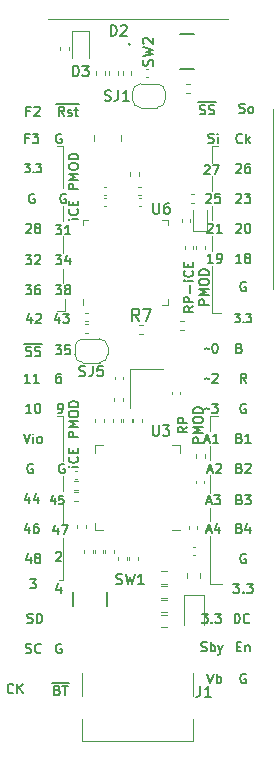
<source format=gbr>
G04 #@! TF.GenerationSoftware,KiCad,Pcbnew,(6.0.5)*
G04 #@! TF.CreationDate,2022-12-13T18:03:46-08:00*
G04 #@! TF.ProjectId,pico-ice,7069636f-2d69-4636-952e-6b696361645f,REV1*
G04 #@! TF.SameCoordinates,Original*
G04 #@! TF.FileFunction,Legend,Top*
G04 #@! TF.FilePolarity,Positive*
%FSLAX46Y46*%
G04 Gerber Fmt 4.6, Leading zero omitted, Abs format (unit mm)*
G04 Created by KiCad (PCBNEW (6.0.5)) date 2022-12-13 18:03:46*
%MOMM*%
%LPD*%
G01*
G04 APERTURE LIST*
%ADD10C,0.120000*%
%ADD11C,0.150000*%
%ADD12C,0.127000*%
%ADD13C,0.200000*%
G04 APERTURE END LIST*
D10*
X78648718Y-87003071D02*
X78648718Y-88273071D01*
X65694718Y-121166071D02*
X66075718Y-121166071D01*
X66075718Y-121166071D02*
X66075718Y-117610071D01*
X65567718Y-98433071D02*
X66202718Y-98433071D01*
X66075718Y-92083071D02*
X66075718Y-93480071D01*
X79156718Y-107323071D02*
X78521718Y-107323071D01*
X78521718Y-117483071D02*
X78521718Y-121547071D01*
X66075718Y-89543071D02*
X66075718Y-90813071D01*
X83820000Y-96520000D02*
X83820000Y-81280000D01*
X78521718Y-121547071D02*
X79537718Y-121547071D01*
X66075718Y-111133071D02*
X66075718Y-107323071D01*
X66075718Y-84463071D02*
X66075718Y-88019071D01*
X66202718Y-98433071D02*
X66202718Y-97417071D01*
X65567718Y-84463071D02*
X66075718Y-84463071D01*
X78648718Y-84463071D02*
X78648718Y-85860071D01*
X78648718Y-98560071D02*
X79410718Y-98560071D01*
X79156718Y-84463071D02*
X78648718Y-84463071D01*
X66075718Y-116340071D02*
X66075718Y-114816071D01*
X78648718Y-94623071D02*
X78648718Y-98560071D01*
X78521718Y-107323071D02*
X78521718Y-108593071D01*
X78521718Y-115070071D02*
X78521718Y-116213071D01*
X78521718Y-109863071D02*
X78521718Y-111006071D01*
X64770000Y-73660000D02*
X80010000Y-73660000D01*
X66075718Y-107323071D02*
X65567718Y-107323071D01*
X78648718Y-92083071D02*
X78648718Y-93353071D01*
X66075718Y-113673071D02*
X66075718Y-112403071D01*
X66075718Y-96020071D02*
X66075718Y-94877071D01*
X78521718Y-112276071D02*
X78521718Y-113800071D01*
X78648718Y-89543071D02*
X78648718Y-90686071D01*
D11*
X65720146Y-98896642D02*
X65720146Y-99429975D01*
X65529670Y-98591880D02*
X65339194Y-99163309D01*
X65834432Y-99163309D01*
X66063003Y-98629975D02*
X66558241Y-98629975D01*
X66291575Y-98934737D01*
X66405860Y-98934737D01*
X66482051Y-98972832D01*
X66520146Y-99010928D01*
X66558241Y-99087118D01*
X66558241Y-99277594D01*
X66520146Y-99353785D01*
X66482051Y-99391880D01*
X66405860Y-99429975D01*
X66177289Y-99429975D01*
X66101098Y-99391880D01*
X66063003Y-99353785D01*
X80979241Y-81611880D02*
X81093527Y-81649975D01*
X81284003Y-81649975D01*
X81360194Y-81611880D01*
X81398289Y-81573785D01*
X81436384Y-81497594D01*
X81436384Y-81421404D01*
X81398289Y-81345213D01*
X81360194Y-81307118D01*
X81284003Y-81269023D01*
X81131622Y-81230928D01*
X81055432Y-81192832D01*
X81017337Y-81154737D01*
X80979241Y-81078547D01*
X80979241Y-81002356D01*
X81017337Y-80926166D01*
X81055432Y-80888071D01*
X81131622Y-80849975D01*
X81322098Y-80849975D01*
X81436384Y-80888071D01*
X81893527Y-81649975D02*
X81817337Y-81611880D01*
X81779241Y-81573785D01*
X81741146Y-81497594D01*
X81741146Y-81269023D01*
X81779241Y-81192832D01*
X81817337Y-81154737D01*
X81893527Y-81116642D01*
X82007813Y-81116642D01*
X82084003Y-81154737D01*
X82122098Y-81192832D01*
X82160194Y-81269023D01*
X82160194Y-81497594D01*
X82122098Y-81573785D01*
X82084003Y-81611880D01*
X82007813Y-81649975D01*
X81893527Y-81649975D01*
X65116956Y-129900071D02*
X65916956Y-129900071D01*
X65574098Y-130506928D02*
X65688384Y-130545023D01*
X65726479Y-130583118D01*
X65764575Y-130659309D01*
X65764575Y-130773594D01*
X65726479Y-130849785D01*
X65688384Y-130887880D01*
X65612194Y-130925975D01*
X65307432Y-130925975D01*
X65307432Y-130125975D01*
X65574098Y-130125975D01*
X65650289Y-130164071D01*
X65688384Y-130202166D01*
X65726479Y-130278356D01*
X65726479Y-130354547D01*
X65688384Y-130430737D01*
X65650289Y-130468832D01*
X65574098Y-130506928D01*
X65307432Y-130506928D01*
X65916956Y-129900071D02*
X66526479Y-129900071D01*
X65993146Y-130125975D02*
X66450289Y-130125975D01*
X66221718Y-130925975D02*
X66221718Y-130125975D01*
X63383337Y-107049975D02*
X62926194Y-107049975D01*
X63154765Y-107049975D02*
X63154765Y-106249975D01*
X63078575Y-106364261D01*
X63002384Y-106440451D01*
X62926194Y-106478547D01*
X63878575Y-106249975D02*
X63954765Y-106249975D01*
X64030956Y-106288071D01*
X64069051Y-106326166D01*
X64107146Y-106402356D01*
X64145241Y-106554737D01*
X64145241Y-106745213D01*
X64107146Y-106897594D01*
X64069051Y-106973785D01*
X64030956Y-107011880D01*
X63954765Y-107049975D01*
X63878575Y-107049975D01*
X63802384Y-107011880D01*
X63764289Y-106973785D01*
X63726194Y-106897594D01*
X63688098Y-106745213D01*
X63688098Y-106554737D01*
X63726194Y-106402356D01*
X63764289Y-106326166D01*
X63802384Y-106288071D01*
X63878575Y-106249975D01*
X63370646Y-98896642D02*
X63370646Y-99429975D01*
X63180170Y-98591880D02*
X62989694Y-99163309D01*
X63484932Y-99163309D01*
X63751598Y-98706166D02*
X63789694Y-98668071D01*
X63865884Y-98629975D01*
X64056360Y-98629975D01*
X64132551Y-98668071D01*
X64170646Y-98706166D01*
X64208741Y-98782356D01*
X64208741Y-98858547D01*
X64170646Y-98972832D01*
X63713503Y-99429975D01*
X64208741Y-99429975D01*
X63256337Y-104509975D02*
X62799194Y-104509975D01*
X63027765Y-104509975D02*
X63027765Y-103709975D01*
X62951575Y-103824261D01*
X62875384Y-103900451D01*
X62799194Y-103938547D01*
X64018241Y-104509975D02*
X63561098Y-104509975D01*
X63789670Y-104509975D02*
X63789670Y-103709975D01*
X63713479Y-103824261D01*
X63637289Y-103900451D01*
X63561098Y-103938547D01*
X63034146Y-124791880D02*
X63148432Y-124829975D01*
X63338908Y-124829975D01*
X63415098Y-124791880D01*
X63453194Y-124753785D01*
X63491289Y-124677594D01*
X63491289Y-124601404D01*
X63453194Y-124525213D01*
X63415098Y-124487118D01*
X63338908Y-124449023D01*
X63186527Y-124410928D01*
X63110337Y-124372832D01*
X63072241Y-124334737D01*
X63034146Y-124258547D01*
X63034146Y-124182356D01*
X63072241Y-124106166D01*
X63110337Y-124068071D01*
X63186527Y-124029975D01*
X63377003Y-124029975D01*
X63491289Y-124068071D01*
X63834146Y-124829975D02*
X63834146Y-124029975D01*
X64024622Y-124029975D01*
X64138908Y-124068071D01*
X64215098Y-124144261D01*
X64253194Y-124220451D01*
X64291289Y-124372832D01*
X64291289Y-124487118D01*
X64253194Y-124639499D01*
X64215098Y-124715690D01*
X64138908Y-124791880D01*
X64024622Y-124829975D01*
X63834146Y-124829975D01*
X65428098Y-96216975D02*
X65923337Y-96216975D01*
X65656670Y-96521737D01*
X65770956Y-96521737D01*
X65847146Y-96559832D01*
X65885241Y-96597928D01*
X65923337Y-96674118D01*
X65923337Y-96864594D01*
X65885241Y-96940785D01*
X65847146Y-96978880D01*
X65770956Y-97016975D01*
X65542384Y-97016975D01*
X65466194Y-96978880D01*
X65428098Y-96940785D01*
X66380479Y-96559832D02*
X66304289Y-96521737D01*
X66266194Y-96483642D01*
X66228098Y-96407451D01*
X66228098Y-96369356D01*
X66266194Y-96293166D01*
X66304289Y-96255071D01*
X66380479Y-96216975D01*
X66532860Y-96216975D01*
X66609051Y-96255071D01*
X66647146Y-96293166D01*
X66685241Y-96369356D01*
X66685241Y-96407451D01*
X66647146Y-96483642D01*
X66609051Y-96521737D01*
X66532860Y-96559832D01*
X66380479Y-96559832D01*
X66304289Y-96597928D01*
X66266194Y-96636023D01*
X66228098Y-96712213D01*
X66228098Y-96864594D01*
X66266194Y-96940785D01*
X66304289Y-96978880D01*
X66380479Y-97016975D01*
X66532860Y-97016975D01*
X66609051Y-96978880D01*
X66647146Y-96940785D01*
X66685241Y-96864594D01*
X66685241Y-96712213D01*
X66647146Y-96636023D01*
X66609051Y-96597928D01*
X66532860Y-96559832D01*
X78331289Y-111901404D02*
X78712241Y-111901404D01*
X78255098Y-112129975D02*
X78521765Y-111329975D01*
X78788432Y-112129975D01*
X79017003Y-111406166D02*
X79055098Y-111368071D01*
X79131289Y-111329975D01*
X79321765Y-111329975D01*
X79397956Y-111368071D01*
X79436051Y-111406166D01*
X79474146Y-111482356D01*
X79474146Y-111558547D01*
X79436051Y-111672832D01*
X78978908Y-112129975D01*
X79474146Y-112129975D01*
X81239527Y-84113785D02*
X81201432Y-84151880D01*
X81087146Y-84189975D01*
X81010956Y-84189975D01*
X80896670Y-84151880D01*
X80820479Y-84075690D01*
X80782384Y-83999499D01*
X80744289Y-83847118D01*
X80744289Y-83732832D01*
X80782384Y-83580451D01*
X80820479Y-83504261D01*
X80896670Y-83428071D01*
X81010956Y-83389975D01*
X81087146Y-83389975D01*
X81201432Y-83428071D01*
X81239527Y-83466166D01*
X81582384Y-84189975D02*
X81582384Y-83389975D01*
X81658575Y-83885213D02*
X81887146Y-84189975D01*
X81887146Y-83656642D02*
X81582384Y-83961404D01*
X66285241Y-88508071D02*
X66209051Y-88469975D01*
X66094765Y-88469975D01*
X65980479Y-88508071D01*
X65904289Y-88584261D01*
X65866194Y-88660451D01*
X65828098Y-88812832D01*
X65828098Y-88927118D01*
X65866194Y-89079499D01*
X65904289Y-89155690D01*
X65980479Y-89231880D01*
X66094765Y-89269975D01*
X66170956Y-89269975D01*
X66285241Y-89231880D01*
X66323337Y-89193785D01*
X66323337Y-88927118D01*
X66170956Y-88927118D01*
X62888098Y-93676975D02*
X63383337Y-93676975D01*
X63116670Y-93981737D01*
X63230956Y-93981737D01*
X63307146Y-94019832D01*
X63345241Y-94057928D01*
X63383337Y-94134118D01*
X63383337Y-94324594D01*
X63345241Y-94400785D01*
X63307146Y-94438880D01*
X63230956Y-94476975D01*
X63002384Y-94476975D01*
X62926194Y-94438880D01*
X62888098Y-94400785D01*
X63688098Y-93753166D02*
X63726194Y-93715071D01*
X63802384Y-93676975D01*
X63992860Y-93676975D01*
X64069051Y-93715071D01*
X64107146Y-93753166D01*
X64145241Y-93829356D01*
X64145241Y-93905547D01*
X64107146Y-94019832D01*
X63650003Y-94476975D01*
X64145241Y-94476975D01*
X77810622Y-124029975D02*
X78305860Y-124029975D01*
X78039194Y-124334737D01*
X78153479Y-124334737D01*
X78229670Y-124372832D01*
X78267765Y-124410928D01*
X78305860Y-124487118D01*
X78305860Y-124677594D01*
X78267765Y-124753785D01*
X78229670Y-124791880D01*
X78153479Y-124829975D01*
X77924908Y-124829975D01*
X77848718Y-124791880D01*
X77810622Y-124753785D01*
X78648718Y-124753785D02*
X78686813Y-124791880D01*
X78648718Y-124829975D01*
X78610622Y-124791880D01*
X78648718Y-124753785D01*
X78648718Y-124829975D01*
X78953479Y-124029975D02*
X79448718Y-124029975D01*
X79182051Y-124334737D01*
X79296337Y-124334737D01*
X79372527Y-124372832D01*
X79410622Y-124410928D01*
X79448718Y-124487118D01*
X79448718Y-124677594D01*
X79410622Y-124753785D01*
X79372527Y-124791880D01*
X79296337Y-124829975D01*
X79067765Y-124829975D01*
X78991575Y-124791880D01*
X78953479Y-124753785D01*
X80706194Y-88546166D02*
X80744289Y-88508071D01*
X80820479Y-88469975D01*
X81010956Y-88469975D01*
X81087146Y-88508071D01*
X81125241Y-88546166D01*
X81163337Y-88622356D01*
X81163337Y-88698547D01*
X81125241Y-88812832D01*
X80668098Y-89269975D01*
X81163337Y-89269975D01*
X81430003Y-88469975D02*
X81925241Y-88469975D01*
X81658575Y-88774737D01*
X81772860Y-88774737D01*
X81849051Y-88812832D01*
X81887146Y-88850928D01*
X81925241Y-88927118D01*
X81925241Y-89117594D01*
X81887146Y-89193785D01*
X81849051Y-89231880D01*
X81772860Y-89269975D01*
X81544289Y-89269975D01*
X81468098Y-89231880D01*
X81430003Y-89193785D01*
X77096622Y-98001071D02*
X76715670Y-98267737D01*
X77096622Y-98458213D02*
X76296622Y-98458213D01*
X76296622Y-98153451D01*
X76334718Y-98077261D01*
X76372813Y-98039166D01*
X76449003Y-98001071D01*
X76563289Y-98001071D01*
X76639479Y-98039166D01*
X76677575Y-98077261D01*
X76715670Y-98153451D01*
X76715670Y-98458213D01*
X77096622Y-97658213D02*
X76296622Y-97658213D01*
X76296622Y-97353451D01*
X76334718Y-97277261D01*
X76372813Y-97239166D01*
X76449003Y-97201071D01*
X76563289Y-97201071D01*
X76639479Y-97239166D01*
X76677575Y-97277261D01*
X76715670Y-97353451D01*
X76715670Y-97658213D01*
X76791860Y-96858213D02*
X76791860Y-96248690D01*
X77096622Y-95867737D02*
X76563289Y-95867737D01*
X76296622Y-95867737D02*
X76334718Y-95905832D01*
X76372813Y-95867737D01*
X76334718Y-95829642D01*
X76296622Y-95867737D01*
X76372813Y-95867737D01*
X77020432Y-95029642D02*
X77058527Y-95067737D01*
X77096622Y-95182023D01*
X77096622Y-95258213D01*
X77058527Y-95372499D01*
X76982337Y-95448690D01*
X76906146Y-95486785D01*
X76753765Y-95524880D01*
X76639479Y-95524880D01*
X76487098Y-95486785D01*
X76410908Y-95448690D01*
X76334718Y-95372499D01*
X76296622Y-95258213D01*
X76296622Y-95182023D01*
X76334718Y-95067737D01*
X76372813Y-95029642D01*
X76677575Y-94686785D02*
X76677575Y-94420118D01*
X77096622Y-94305832D02*
X77096622Y-94686785D01*
X76296622Y-94686785D01*
X76296622Y-94305832D01*
X78384622Y-97886785D02*
X77584622Y-97886785D01*
X77584622Y-97582023D01*
X77622718Y-97505832D01*
X77660813Y-97467737D01*
X77737003Y-97429642D01*
X77851289Y-97429642D01*
X77927479Y-97467737D01*
X77965575Y-97505832D01*
X78003670Y-97582023D01*
X78003670Y-97886785D01*
X78384622Y-97086785D02*
X77584622Y-97086785D01*
X78156051Y-96820118D01*
X77584622Y-96553451D01*
X78384622Y-96553451D01*
X77584622Y-96020118D02*
X77584622Y-95867737D01*
X77622718Y-95791547D01*
X77698908Y-95715356D01*
X77851289Y-95677261D01*
X78117956Y-95677261D01*
X78270337Y-95715356D01*
X78346527Y-95791547D01*
X78384622Y-95867737D01*
X78384622Y-96020118D01*
X78346527Y-96096309D01*
X78270337Y-96172499D01*
X78117956Y-96210594D01*
X77851289Y-96210594D01*
X77698908Y-96172499D01*
X77622718Y-96096309D01*
X77584622Y-96020118D01*
X78384622Y-95334404D02*
X77584622Y-95334404D01*
X77584622Y-95143928D01*
X77622718Y-95029642D01*
X77698908Y-94953451D01*
X77775098Y-94915356D01*
X77927479Y-94877261D01*
X78041765Y-94877261D01*
X78194146Y-94915356D01*
X78270337Y-94953451D01*
X78346527Y-95029642D01*
X78384622Y-95143928D01*
X78384622Y-95334404D01*
X80991908Y-109170928D02*
X81106194Y-109209023D01*
X81144289Y-109247118D01*
X81182384Y-109323309D01*
X81182384Y-109437594D01*
X81144289Y-109513785D01*
X81106194Y-109551880D01*
X81030003Y-109589975D01*
X80725241Y-109589975D01*
X80725241Y-108789975D01*
X80991908Y-108789975D01*
X81068098Y-108828071D01*
X81106194Y-108866166D01*
X81144289Y-108942356D01*
X81144289Y-109018547D01*
X81106194Y-109094737D01*
X81068098Y-109132832D01*
X80991908Y-109170928D01*
X80725241Y-109170928D01*
X81944289Y-109589975D02*
X81487146Y-109589975D01*
X81715718Y-109589975D02*
X81715718Y-108789975D01*
X81639527Y-108904261D01*
X81563337Y-108980451D01*
X81487146Y-109018547D01*
X78204289Y-116981404D02*
X78585241Y-116981404D01*
X78128098Y-117209975D02*
X78394765Y-116409975D01*
X78661432Y-117209975D01*
X79270956Y-116676642D02*
X79270956Y-117209975D01*
X79080479Y-116371880D02*
X78890003Y-116943309D01*
X79385241Y-116943309D01*
X78356670Y-84151880D02*
X78470956Y-84189975D01*
X78661432Y-84189975D01*
X78737622Y-84151880D01*
X78775718Y-84113785D01*
X78813813Y-84037594D01*
X78813813Y-83961404D01*
X78775718Y-83885213D01*
X78737622Y-83847118D01*
X78661432Y-83809023D01*
X78509051Y-83770928D01*
X78432860Y-83732832D01*
X78394765Y-83694737D01*
X78356670Y-83618547D01*
X78356670Y-83542356D01*
X78394765Y-83466166D01*
X78432860Y-83428071D01*
X78509051Y-83389975D01*
X78699527Y-83389975D01*
X78813813Y-83428071D01*
X79156670Y-84189975D02*
X79156670Y-83656642D01*
X79156670Y-83389975D02*
X79118575Y-83428071D01*
X79156670Y-83466166D01*
X79194765Y-83428071D01*
X79156670Y-83389975D01*
X79156670Y-83466166D01*
X63491241Y-111368071D02*
X63415051Y-111329975D01*
X63300765Y-111329975D01*
X63186479Y-111368071D01*
X63110289Y-111444261D01*
X63072194Y-111520451D01*
X63034098Y-111672832D01*
X63034098Y-111787118D01*
X63072194Y-111939499D01*
X63110289Y-112015690D01*
X63186479Y-112091880D01*
X63300765Y-112129975D01*
X63376956Y-112129975D01*
X63491241Y-112091880D01*
X63529337Y-112053785D01*
X63529337Y-111787118D01*
X63376956Y-111787118D01*
X62773813Y-101198071D02*
X63535718Y-101198071D01*
X62926194Y-102185880D02*
X63040479Y-102223975D01*
X63230956Y-102223975D01*
X63307146Y-102185880D01*
X63345241Y-102147785D01*
X63383337Y-102071594D01*
X63383337Y-101995404D01*
X63345241Y-101919213D01*
X63307146Y-101881118D01*
X63230956Y-101843023D01*
X63078575Y-101804928D01*
X63002384Y-101766832D01*
X62964289Y-101728737D01*
X62926194Y-101652547D01*
X62926194Y-101576356D01*
X62964289Y-101500166D01*
X63002384Y-101462071D01*
X63078575Y-101423975D01*
X63269051Y-101423975D01*
X63383337Y-101462071D01*
X63535718Y-101198071D02*
X64297622Y-101198071D01*
X63688098Y-102185880D02*
X63802384Y-102223975D01*
X63992860Y-102223975D01*
X64069051Y-102185880D01*
X64107146Y-102147785D01*
X64145241Y-102071594D01*
X64145241Y-101995404D01*
X64107146Y-101919213D01*
X64069051Y-101881118D01*
X63992860Y-101843023D01*
X63840479Y-101804928D01*
X63764289Y-101766832D01*
X63726194Y-101728737D01*
X63688098Y-101652547D01*
X63688098Y-101576356D01*
X63726194Y-101500166D01*
X63764289Y-101462071D01*
X63840479Y-101423975D01*
X64030956Y-101423975D01*
X64145241Y-101462071D01*
X65593146Y-116803642D02*
X65593146Y-117336975D01*
X65402670Y-116498880D02*
X65212194Y-117070309D01*
X65707432Y-117070309D01*
X65936003Y-116536975D02*
X66469337Y-116536975D01*
X66126479Y-117336975D01*
X81525241Y-96001071D02*
X81449051Y-95962975D01*
X81334765Y-95962975D01*
X81220479Y-96001071D01*
X81144289Y-96077261D01*
X81106194Y-96153451D01*
X81068098Y-96305832D01*
X81068098Y-96420118D01*
X81106194Y-96572499D01*
X81144289Y-96648690D01*
X81220479Y-96724880D01*
X81334765Y-96762975D01*
X81410956Y-96762975D01*
X81525241Y-96724880D01*
X81563337Y-96686785D01*
X81563337Y-96420118D01*
X81410956Y-96420118D01*
X65504337Y-80878071D02*
X66304337Y-80878071D01*
X66151956Y-81903975D02*
X65885289Y-81523023D01*
X65694813Y-81903975D02*
X65694813Y-81103975D01*
X65999575Y-81103975D01*
X66075765Y-81142071D01*
X66113860Y-81180166D01*
X66151956Y-81256356D01*
X66151956Y-81370642D01*
X66113860Y-81446832D01*
X66075765Y-81484928D01*
X65999575Y-81523023D01*
X65694813Y-81523023D01*
X66304337Y-80878071D02*
X66951956Y-80878071D01*
X66456718Y-81865880D02*
X66532908Y-81903975D01*
X66685289Y-81903975D01*
X66761479Y-81865880D01*
X66799575Y-81789690D01*
X66799575Y-81751594D01*
X66761479Y-81675404D01*
X66685289Y-81637309D01*
X66571003Y-81637309D01*
X66494813Y-81599213D01*
X66456718Y-81523023D01*
X66456718Y-81484928D01*
X66494813Y-81408737D01*
X66571003Y-81370642D01*
X66685289Y-81370642D01*
X66761479Y-81408737D01*
X66951956Y-80878071D02*
X67409098Y-80878071D01*
X67028146Y-81370642D02*
X67332908Y-81370642D01*
X67142432Y-81103975D02*
X67142432Y-81789690D01*
X67180527Y-81865880D01*
X67256718Y-81903975D01*
X67332908Y-81903975D01*
X65904241Y-126608071D02*
X65828051Y-126569975D01*
X65713765Y-126569975D01*
X65599479Y-126608071D01*
X65523289Y-126684261D01*
X65485194Y-126760451D01*
X65447098Y-126912832D01*
X65447098Y-127027118D01*
X65485194Y-127179499D01*
X65523289Y-127255690D01*
X65599479Y-127331880D01*
X65713765Y-127369975D01*
X65789956Y-127369975D01*
X65904241Y-127331880D01*
X65942337Y-127293785D01*
X65942337Y-127027118D01*
X65789956Y-127027118D01*
X66158241Y-111368071D02*
X66082051Y-111329975D01*
X65967765Y-111329975D01*
X65853479Y-111368071D01*
X65777289Y-111444261D01*
X65739194Y-111520451D01*
X65701098Y-111672832D01*
X65701098Y-111787118D01*
X65739194Y-111939499D01*
X65777289Y-112015690D01*
X65853479Y-112091880D01*
X65967765Y-112129975D01*
X66043956Y-112129975D01*
X66158241Y-112091880D01*
X66196337Y-112053785D01*
X66196337Y-111787118D01*
X66043956Y-111787118D01*
X63307146Y-119216642D02*
X63307146Y-119749975D01*
X63116670Y-118911880D02*
X62926194Y-119483309D01*
X63421432Y-119483309D01*
X63840479Y-119292832D02*
X63764289Y-119254737D01*
X63726194Y-119216642D01*
X63688098Y-119140451D01*
X63688098Y-119102356D01*
X63726194Y-119026166D01*
X63764289Y-118988071D01*
X63840479Y-118949975D01*
X63992860Y-118949975D01*
X64069051Y-118988071D01*
X64107146Y-119026166D01*
X64145241Y-119102356D01*
X64145241Y-119140451D01*
X64107146Y-119216642D01*
X64069051Y-119254737D01*
X63992860Y-119292832D01*
X63840479Y-119292832D01*
X63764289Y-119330928D01*
X63726194Y-119369023D01*
X63688098Y-119445213D01*
X63688098Y-119597594D01*
X63726194Y-119673785D01*
X63764289Y-119711880D01*
X63840479Y-119749975D01*
X63992860Y-119749975D01*
X64069051Y-119711880D01*
X64107146Y-119673785D01*
X64145241Y-119597594D01*
X64145241Y-119445213D01*
X64107146Y-119369023D01*
X64069051Y-119330928D01*
X63992860Y-119292832D01*
X78293194Y-91086166D02*
X78331289Y-91048071D01*
X78407479Y-91009975D01*
X78597956Y-91009975D01*
X78674146Y-91048071D01*
X78712241Y-91086166D01*
X78750337Y-91162356D01*
X78750337Y-91238547D01*
X78712241Y-91352832D01*
X78255098Y-91809975D01*
X78750337Y-91809975D01*
X79512241Y-91809975D02*
X79055098Y-91809975D01*
X79283670Y-91809975D02*
X79283670Y-91009975D01*
X79207479Y-91124261D01*
X79131289Y-91200451D01*
X79055098Y-91238547D01*
X62926194Y-91086166D02*
X62964289Y-91048071D01*
X63040479Y-91009975D01*
X63230956Y-91009975D01*
X63307146Y-91048071D01*
X63345241Y-91086166D01*
X63383337Y-91162356D01*
X63383337Y-91238547D01*
X63345241Y-91352832D01*
X62888098Y-91809975D01*
X63383337Y-91809975D01*
X63840479Y-91352832D02*
X63764289Y-91314737D01*
X63726194Y-91276642D01*
X63688098Y-91200451D01*
X63688098Y-91162356D01*
X63726194Y-91086166D01*
X63764289Y-91048071D01*
X63840479Y-91009975D01*
X63992860Y-91009975D01*
X64069051Y-91048071D01*
X64107146Y-91086166D01*
X64145241Y-91162356D01*
X64145241Y-91200451D01*
X64107146Y-91276642D01*
X64069051Y-91314737D01*
X63992860Y-91352832D01*
X63840479Y-91352832D01*
X63764289Y-91390928D01*
X63726194Y-91429023D01*
X63688098Y-91505213D01*
X63688098Y-91657594D01*
X63726194Y-91733785D01*
X63764289Y-91771880D01*
X63840479Y-91809975D01*
X63992860Y-91809975D01*
X64069051Y-91771880D01*
X64107146Y-91733785D01*
X64145241Y-91657594D01*
X64145241Y-91505213D01*
X64107146Y-91429023D01*
X64069051Y-91390928D01*
X63992860Y-91352832D01*
X78274146Y-129109975D02*
X78540813Y-129909975D01*
X78807479Y-129109975D01*
X79074146Y-129909975D02*
X79074146Y-129109975D01*
X79074146Y-129414737D02*
X79150337Y-129376642D01*
X79302718Y-129376642D01*
X79378908Y-129414737D01*
X79417003Y-129452832D01*
X79455098Y-129529023D01*
X79455098Y-129757594D01*
X79417003Y-129833785D01*
X79378908Y-129871880D01*
X79302718Y-129909975D01*
X79150337Y-129909975D01*
X79074146Y-129871880D01*
X78077289Y-109361404D02*
X78458241Y-109361404D01*
X78001098Y-109589975D02*
X78267765Y-108789975D01*
X78534432Y-109589975D01*
X79220146Y-109589975D02*
X78763003Y-109589975D01*
X78991575Y-109589975D02*
X78991575Y-108789975D01*
X78915384Y-108904261D01*
X78839194Y-108980451D01*
X78763003Y-109018547D01*
X63269051Y-121108975D02*
X63764289Y-121108975D01*
X63497622Y-121413737D01*
X63611908Y-121413737D01*
X63688098Y-121451832D01*
X63726194Y-121489928D01*
X63764289Y-121566118D01*
X63764289Y-121756594D01*
X63726194Y-121832785D01*
X63688098Y-121870880D01*
X63611908Y-121908975D01*
X63383337Y-121908975D01*
X63307146Y-121870880D01*
X63269051Y-121832785D01*
X65466146Y-118899166D02*
X65504241Y-118861071D01*
X65580432Y-118822975D01*
X65770908Y-118822975D01*
X65847098Y-118861071D01*
X65885194Y-118899166D01*
X65923289Y-118975356D01*
X65923289Y-119051547D01*
X65885194Y-119165832D01*
X65428051Y-119622975D01*
X65923289Y-119622975D01*
X65428098Y-93676975D02*
X65923337Y-93676975D01*
X65656670Y-93981737D01*
X65770956Y-93981737D01*
X65847146Y-94019832D01*
X65885241Y-94057928D01*
X65923337Y-94134118D01*
X65923337Y-94324594D01*
X65885241Y-94400785D01*
X65847146Y-94438880D01*
X65770956Y-94476975D01*
X65542384Y-94476975D01*
X65466194Y-94438880D01*
X65428098Y-94400785D01*
X66609051Y-93943642D02*
X66609051Y-94476975D01*
X66418575Y-93638880D02*
X66228098Y-94210309D01*
X66723337Y-94210309D01*
X78166194Y-88546166D02*
X78204289Y-88508071D01*
X78280479Y-88469975D01*
X78470956Y-88469975D01*
X78547146Y-88508071D01*
X78585241Y-88546166D01*
X78623337Y-88622356D01*
X78623337Y-88698547D01*
X78585241Y-88812832D01*
X78128098Y-89269975D01*
X78623337Y-89269975D01*
X79347146Y-88469975D02*
X78966194Y-88469975D01*
X78928098Y-88850928D01*
X78966194Y-88812832D01*
X79042384Y-88774737D01*
X79232860Y-88774737D01*
X79309051Y-88812832D01*
X79347146Y-88850928D01*
X79385241Y-88927118D01*
X79385241Y-89117594D01*
X79347146Y-89193785D01*
X79309051Y-89231880D01*
X79232860Y-89269975D01*
X79042384Y-89269975D01*
X78966194Y-89231880D01*
X78928098Y-89193785D01*
X67326622Y-90634928D02*
X66793289Y-90634928D01*
X66526622Y-90634928D02*
X66564718Y-90673023D01*
X66602813Y-90634928D01*
X66564718Y-90596832D01*
X66526622Y-90634928D01*
X66602813Y-90634928D01*
X67250432Y-89796832D02*
X67288527Y-89834928D01*
X67326622Y-89949213D01*
X67326622Y-90025404D01*
X67288527Y-90139690D01*
X67212337Y-90215880D01*
X67136146Y-90253975D01*
X66983765Y-90292071D01*
X66869479Y-90292071D01*
X66717098Y-90253975D01*
X66640908Y-90215880D01*
X66564718Y-90139690D01*
X66526622Y-90025404D01*
X66526622Y-89949213D01*
X66564718Y-89834928D01*
X66602813Y-89796832D01*
X66907575Y-89453975D02*
X66907575Y-89187309D01*
X67326622Y-89073023D02*
X67326622Y-89453975D01*
X66526622Y-89453975D01*
X66526622Y-89073023D01*
X67326622Y-88120642D02*
X66526622Y-88120642D01*
X66526622Y-87815880D01*
X66564718Y-87739690D01*
X66602813Y-87701594D01*
X66679003Y-87663499D01*
X66793289Y-87663499D01*
X66869479Y-87701594D01*
X66907575Y-87739690D01*
X66945670Y-87815880D01*
X66945670Y-88120642D01*
X67326622Y-87320642D02*
X66526622Y-87320642D01*
X67098051Y-87053975D01*
X66526622Y-86787309D01*
X67326622Y-86787309D01*
X66526622Y-86253975D02*
X66526622Y-86101594D01*
X66564718Y-86025404D01*
X66640908Y-85949213D01*
X66793289Y-85911118D01*
X67059956Y-85911118D01*
X67212337Y-85949213D01*
X67288527Y-86025404D01*
X67326622Y-86101594D01*
X67326622Y-86253975D01*
X67288527Y-86330166D01*
X67212337Y-86406356D01*
X67059956Y-86444451D01*
X66793289Y-86444451D01*
X66640908Y-86406356D01*
X66564718Y-86330166D01*
X66526622Y-86253975D01*
X67326622Y-85568261D02*
X66526622Y-85568261D01*
X66526622Y-85377785D01*
X66564718Y-85263499D01*
X66640908Y-85187309D01*
X66717098Y-85149213D01*
X66869479Y-85111118D01*
X66983765Y-85111118D01*
X67136146Y-85149213D01*
X67212337Y-85187309D01*
X67288527Y-85263499D01*
X67326622Y-85377785D01*
X67326622Y-85568261D01*
X78204289Y-114568404D02*
X78585241Y-114568404D01*
X78128098Y-114796975D02*
X78394765Y-113996975D01*
X78661432Y-114796975D01*
X78851908Y-113996975D02*
X79347146Y-113996975D01*
X79080479Y-114301737D01*
X79194765Y-114301737D01*
X79270956Y-114339832D01*
X79309051Y-114377928D01*
X79347146Y-114454118D01*
X79347146Y-114644594D01*
X79309051Y-114720785D01*
X79270956Y-114758880D01*
X79194765Y-114796975D01*
X78966194Y-114796975D01*
X78890003Y-114758880D01*
X78851908Y-114720785D01*
X65428098Y-101296975D02*
X65923337Y-101296975D01*
X65656670Y-101601737D01*
X65770956Y-101601737D01*
X65847146Y-101639832D01*
X65885241Y-101677928D01*
X65923337Y-101754118D01*
X65923337Y-101944594D01*
X65885241Y-102020785D01*
X65847146Y-102058880D01*
X65770956Y-102096975D01*
X65542384Y-102096975D01*
X65466194Y-102058880D01*
X65428098Y-102020785D01*
X66647146Y-101296975D02*
X66266194Y-101296975D01*
X66228098Y-101677928D01*
X66266194Y-101639832D01*
X66342384Y-101601737D01*
X66532860Y-101601737D01*
X66609051Y-101639832D01*
X66647146Y-101677928D01*
X66685241Y-101754118D01*
X66685241Y-101944594D01*
X66647146Y-102020785D01*
X66609051Y-102058880D01*
X66532860Y-102096975D01*
X66342384Y-102096975D01*
X66266194Y-102058880D01*
X66228098Y-102020785D01*
X81525241Y-106288071D02*
X81449051Y-106249975D01*
X81334765Y-106249975D01*
X81220479Y-106288071D01*
X81144289Y-106364261D01*
X81106194Y-106440451D01*
X81068098Y-106592832D01*
X81068098Y-106707118D01*
X81106194Y-106859499D01*
X81144289Y-106935690D01*
X81220479Y-107011880D01*
X81334765Y-107049975D01*
X81410956Y-107049975D01*
X81525241Y-107011880D01*
X81563337Y-106973785D01*
X81563337Y-106707118D01*
X81410956Y-106707118D01*
X63180146Y-116676642D02*
X63180146Y-117209975D01*
X62989670Y-116371880D02*
X62799194Y-116943309D01*
X63294432Y-116943309D01*
X63942051Y-116409975D02*
X63789670Y-116409975D01*
X63713479Y-116448071D01*
X63675384Y-116486166D01*
X63599194Y-116600451D01*
X63561098Y-116752832D01*
X63561098Y-117057594D01*
X63599194Y-117133785D01*
X63637289Y-117171880D01*
X63713479Y-117209975D01*
X63865860Y-117209975D01*
X63942051Y-117171880D01*
X63980146Y-117133785D01*
X64018241Y-117057594D01*
X64018241Y-116867118D01*
X63980146Y-116790928D01*
X63942051Y-116752832D01*
X63865860Y-116714737D01*
X63713479Y-116714737D01*
X63637289Y-116752832D01*
X63599194Y-116790928D01*
X63561098Y-116867118D01*
X81563337Y-104509975D02*
X81296670Y-104129023D01*
X81106194Y-104509975D02*
X81106194Y-103709975D01*
X81410956Y-103709975D01*
X81487146Y-103748071D01*
X81525241Y-103786166D01*
X81563337Y-103862356D01*
X81563337Y-103976642D01*
X81525241Y-104052832D01*
X81487146Y-104090928D01*
X81410956Y-104129023D01*
X81106194Y-104129023D01*
X80706194Y-86006166D02*
X80744289Y-85968071D01*
X80820479Y-85929975D01*
X81010956Y-85929975D01*
X81087146Y-85968071D01*
X81125241Y-86006166D01*
X81163337Y-86082356D01*
X81163337Y-86158547D01*
X81125241Y-86272832D01*
X80668098Y-86729975D01*
X81163337Y-86729975D01*
X81849051Y-85929975D02*
X81696670Y-85929975D01*
X81620479Y-85968071D01*
X81582384Y-86006166D01*
X81506194Y-86120451D01*
X81468098Y-86272832D01*
X81468098Y-86577594D01*
X81506194Y-86653785D01*
X81544289Y-86691880D01*
X81620479Y-86729975D01*
X81772860Y-86729975D01*
X81849051Y-86691880D01*
X81887146Y-86653785D01*
X81925241Y-86577594D01*
X81925241Y-86387118D01*
X81887146Y-86310928D01*
X81849051Y-86272832D01*
X81772860Y-86234737D01*
X81620479Y-86234737D01*
X81544289Y-86272832D01*
X81506194Y-86310928D01*
X81468098Y-86387118D01*
X65904241Y-83428071D02*
X65828051Y-83389975D01*
X65713765Y-83389975D01*
X65599479Y-83428071D01*
X65523289Y-83504261D01*
X65485194Y-83580451D01*
X65447098Y-83732832D01*
X65447098Y-83847118D01*
X65485194Y-83999499D01*
X65523289Y-84075690D01*
X65599479Y-84151880D01*
X65713765Y-84189975D01*
X65789956Y-84189975D01*
X65904241Y-84151880D01*
X65942337Y-84113785D01*
X65942337Y-83847118D01*
X65789956Y-83847118D01*
X77753479Y-127204880D02*
X77867765Y-127242975D01*
X78058241Y-127242975D01*
X78134432Y-127204880D01*
X78172527Y-127166785D01*
X78210622Y-127090594D01*
X78210622Y-127014404D01*
X78172527Y-126938213D01*
X78134432Y-126900118D01*
X78058241Y-126862023D01*
X77905860Y-126823928D01*
X77829670Y-126785832D01*
X77791575Y-126747737D01*
X77753479Y-126671547D01*
X77753479Y-126595356D01*
X77791575Y-126519166D01*
X77829670Y-126481071D01*
X77905860Y-126442975D01*
X78096337Y-126442975D01*
X78210622Y-126481071D01*
X78553479Y-127242975D02*
X78553479Y-126442975D01*
X78553479Y-126747737D02*
X78629670Y-126709642D01*
X78782051Y-126709642D01*
X78858241Y-126747737D01*
X78896337Y-126785832D01*
X78934432Y-126862023D01*
X78934432Y-127090594D01*
X78896337Y-127166785D01*
X78858241Y-127204880D01*
X78782051Y-127242975D01*
X78629670Y-127242975D01*
X78553479Y-127204880D01*
X79201098Y-126709642D02*
X79391575Y-127242975D01*
X79582051Y-126709642D02*
X79391575Y-127242975D01*
X79315384Y-127433451D01*
X79277289Y-127471547D01*
X79201098Y-127509642D01*
X78058241Y-101665213D02*
X78096337Y-101627118D01*
X78172527Y-101589023D01*
X78324908Y-101665213D01*
X78401098Y-101627118D01*
X78439194Y-101589023D01*
X78896337Y-101169975D02*
X78972527Y-101169975D01*
X79048718Y-101208071D01*
X79086813Y-101246166D01*
X79124908Y-101322356D01*
X79163003Y-101474737D01*
X79163003Y-101665213D01*
X79124908Y-101817594D01*
X79086813Y-101893785D01*
X79048718Y-101931880D01*
X78972527Y-101969975D01*
X78896337Y-101969975D01*
X78820146Y-101931880D01*
X78782051Y-101893785D01*
X78743956Y-101817594D01*
X78705860Y-101665213D01*
X78705860Y-101474737D01*
X78743956Y-101322356D01*
X78782051Y-101246166D01*
X78820146Y-101208071D01*
X78896337Y-101169975D01*
X80782384Y-126823928D02*
X81049051Y-126823928D01*
X81163337Y-127242975D02*
X80782384Y-127242975D01*
X80782384Y-126442975D01*
X81163337Y-126442975D01*
X81506194Y-126709642D02*
X81506194Y-127242975D01*
X81506194Y-126785832D02*
X81544289Y-126747737D01*
X81620479Y-126709642D01*
X81734765Y-126709642D01*
X81810956Y-126747737D01*
X81849051Y-126823928D01*
X81849051Y-127242975D01*
X81525241Y-118988071D02*
X81449051Y-118949975D01*
X81334765Y-118949975D01*
X81220479Y-118988071D01*
X81144289Y-119064261D01*
X81106194Y-119140451D01*
X81068098Y-119292832D01*
X81068098Y-119407118D01*
X81106194Y-119559499D01*
X81144289Y-119635690D01*
X81220479Y-119711880D01*
X81334765Y-119749975D01*
X81410956Y-119749975D01*
X81525241Y-119711880D01*
X81563337Y-119673785D01*
X81563337Y-119407118D01*
X81410956Y-119407118D01*
X80579194Y-124829975D02*
X80579194Y-124029975D01*
X80769670Y-124029975D01*
X80883956Y-124068071D01*
X80960146Y-124144261D01*
X80998241Y-124220451D01*
X81036337Y-124372832D01*
X81036337Y-124487118D01*
X80998241Y-124639499D01*
X80960146Y-124715690D01*
X80883956Y-124791880D01*
X80769670Y-124829975D01*
X80579194Y-124829975D01*
X81836337Y-124753785D02*
X81798241Y-124791880D01*
X81683956Y-124829975D01*
X81607765Y-124829975D01*
X81493479Y-124791880D01*
X81417289Y-124715690D01*
X81379194Y-124639499D01*
X81341098Y-124487118D01*
X81341098Y-124372832D01*
X81379194Y-124220451D01*
X81417289Y-124144261D01*
X81493479Y-124068071D01*
X81607765Y-124029975D01*
X81683956Y-124029975D01*
X81798241Y-124068071D01*
X81836337Y-124106166D01*
X63142051Y-83770928D02*
X62875384Y-83770928D01*
X62875384Y-84189975D02*
X62875384Y-83389975D01*
X63256337Y-83389975D01*
X63484908Y-83389975D02*
X63980146Y-83389975D01*
X63713479Y-83694737D01*
X63827765Y-83694737D01*
X63903956Y-83732832D01*
X63942051Y-83770928D01*
X63980146Y-83847118D01*
X63980146Y-84037594D01*
X63942051Y-84113785D01*
X63903956Y-84151880D01*
X63827765Y-84189975D01*
X63599194Y-84189975D01*
X63523003Y-84151880D01*
X63484908Y-84113785D01*
X63618241Y-88508071D02*
X63542051Y-88469975D01*
X63427765Y-88469975D01*
X63313479Y-88508071D01*
X63237289Y-88584261D01*
X63199194Y-88660451D01*
X63161098Y-88812832D01*
X63161098Y-88927118D01*
X63199194Y-89079499D01*
X63237289Y-89155690D01*
X63313479Y-89231880D01*
X63427765Y-89269975D01*
X63503956Y-89269975D01*
X63618241Y-89231880D01*
X63656337Y-89193785D01*
X63656337Y-88927118D01*
X63503956Y-88927118D01*
X65847098Y-103709975D02*
X65694718Y-103709975D01*
X65618527Y-103748071D01*
X65580432Y-103786166D01*
X65504241Y-103900451D01*
X65466146Y-104052832D01*
X65466146Y-104357594D01*
X65504241Y-104433785D01*
X65542337Y-104471880D01*
X65618527Y-104509975D01*
X65770908Y-104509975D01*
X65847098Y-104471880D01*
X65885194Y-104433785D01*
X65923289Y-104357594D01*
X65923289Y-104167118D01*
X65885194Y-104090928D01*
X65847098Y-104052832D01*
X65770908Y-104014737D01*
X65618527Y-104014737D01*
X65542337Y-104052832D01*
X65504241Y-104090928D01*
X65466146Y-104167118D01*
X80991860Y-101550928D02*
X81106146Y-101589023D01*
X81144241Y-101627118D01*
X81182337Y-101703309D01*
X81182337Y-101817594D01*
X81144241Y-101893785D01*
X81106146Y-101931880D01*
X81029956Y-101969975D01*
X80725194Y-101969975D01*
X80725194Y-101169975D01*
X80991860Y-101169975D01*
X81068051Y-101208071D01*
X81106146Y-101246166D01*
X81144241Y-101322356D01*
X81144241Y-101398547D01*
X81106146Y-101474737D01*
X81068051Y-101512832D01*
X80991860Y-101550928D01*
X80725194Y-101550928D01*
X78058241Y-106745213D02*
X78096337Y-106707118D01*
X78172527Y-106669023D01*
X78324908Y-106745213D01*
X78401098Y-106707118D01*
X78439194Y-106669023D01*
X78667765Y-106249975D02*
X79163003Y-106249975D01*
X78896337Y-106554737D01*
X79010622Y-106554737D01*
X79086813Y-106592832D01*
X79124908Y-106630928D01*
X79163003Y-106707118D01*
X79163003Y-106897594D01*
X79124908Y-106973785D01*
X79086813Y-107011880D01*
X79010622Y-107049975D01*
X78782051Y-107049975D01*
X78705860Y-107011880D01*
X78667765Y-106973785D01*
X65367718Y-114285071D02*
X65367718Y-114751737D01*
X65201051Y-114018404D02*
X65034384Y-114518404D01*
X65467718Y-114518404D01*
X66067718Y-114051737D02*
X65734384Y-114051737D01*
X65701051Y-114385071D01*
X65734384Y-114351737D01*
X65801051Y-114318404D01*
X65967718Y-114318404D01*
X66034384Y-114351737D01*
X66067718Y-114385071D01*
X66101051Y-114451737D01*
X66101051Y-114618404D01*
X66067718Y-114685071D01*
X66034384Y-114718404D01*
X65967718Y-114751737D01*
X65801051Y-114751737D01*
X65734384Y-114718404D01*
X65701051Y-114685071D01*
X81525241Y-129148071D02*
X81449051Y-129109975D01*
X81334765Y-129109975D01*
X81220479Y-129148071D01*
X81144289Y-129224261D01*
X81106194Y-129300451D01*
X81068098Y-129452832D01*
X81068098Y-129567118D01*
X81106194Y-129719499D01*
X81144289Y-129795690D01*
X81220479Y-129871880D01*
X81334765Y-129909975D01*
X81410956Y-129909975D01*
X81525241Y-129871880D01*
X81563337Y-129833785D01*
X81563337Y-129567118D01*
X81410956Y-129567118D01*
X78750337Y-94349975D02*
X78293194Y-94349975D01*
X78521765Y-94349975D02*
X78521765Y-93549975D01*
X78445575Y-93664261D01*
X78369384Y-93740451D01*
X78293194Y-93778547D01*
X79131289Y-94349975D02*
X79283670Y-94349975D01*
X79359860Y-94311880D01*
X79397956Y-94273785D01*
X79474146Y-94159499D01*
X79512241Y-94007118D01*
X79512241Y-93702356D01*
X79474146Y-93626166D01*
X79436051Y-93588071D01*
X79359860Y-93549975D01*
X79207479Y-93549975D01*
X79131289Y-93588071D01*
X79093194Y-93626166D01*
X79055098Y-93702356D01*
X79055098Y-93892832D01*
X79093194Y-93969023D01*
X79131289Y-94007118D01*
X79207479Y-94045213D01*
X79359860Y-94045213D01*
X79436051Y-94007118D01*
X79474146Y-93969023D01*
X79512241Y-93892832D01*
X78039194Y-86133166D02*
X78077289Y-86095071D01*
X78153479Y-86056975D01*
X78343956Y-86056975D01*
X78420146Y-86095071D01*
X78458241Y-86133166D01*
X78496337Y-86209356D01*
X78496337Y-86285547D01*
X78458241Y-86399832D01*
X78001098Y-86856975D01*
X78496337Y-86856975D01*
X78763003Y-86056975D02*
X79296337Y-86056975D01*
X78953479Y-86856975D01*
X62888098Y-96216975D02*
X63383337Y-96216975D01*
X63116670Y-96521737D01*
X63230956Y-96521737D01*
X63307146Y-96559832D01*
X63345241Y-96597928D01*
X63383337Y-96674118D01*
X63383337Y-96864594D01*
X63345241Y-96940785D01*
X63307146Y-96978880D01*
X63230956Y-97016975D01*
X63002384Y-97016975D01*
X62926194Y-96978880D01*
X62888098Y-96940785D01*
X64069051Y-96216975D02*
X63916670Y-96216975D01*
X63840479Y-96255071D01*
X63802384Y-96293166D01*
X63726194Y-96407451D01*
X63688098Y-96559832D01*
X63688098Y-96864594D01*
X63726194Y-96940785D01*
X63764289Y-96978880D01*
X63840479Y-97016975D01*
X63992860Y-97016975D01*
X64069051Y-96978880D01*
X64107146Y-96940785D01*
X64145241Y-96864594D01*
X64145241Y-96674118D01*
X64107146Y-96597928D01*
X64069051Y-96559832D01*
X63992860Y-96521737D01*
X63840479Y-96521737D01*
X63764289Y-96559832D01*
X63726194Y-96597928D01*
X63688098Y-96674118D01*
X81163337Y-94349975D02*
X80706194Y-94349975D01*
X80934765Y-94349975D02*
X80934765Y-93549975D01*
X80858575Y-93664261D01*
X80782384Y-93740451D01*
X80706194Y-93778547D01*
X81620479Y-93892832D02*
X81544289Y-93854737D01*
X81506194Y-93816642D01*
X81468098Y-93740451D01*
X81468098Y-93702356D01*
X81506194Y-93626166D01*
X81544289Y-93588071D01*
X81620479Y-93549975D01*
X81772860Y-93549975D01*
X81849051Y-93588071D01*
X81887146Y-93626166D01*
X81925241Y-93702356D01*
X81925241Y-93740451D01*
X81887146Y-93816642D01*
X81849051Y-93854737D01*
X81772860Y-93892832D01*
X81620479Y-93892832D01*
X81544289Y-93930928D01*
X81506194Y-93969023D01*
X81468098Y-94045213D01*
X81468098Y-94197594D01*
X81506194Y-94273785D01*
X81544289Y-94311880D01*
X81620479Y-94349975D01*
X81772860Y-94349975D01*
X81849051Y-94311880D01*
X81887146Y-94273785D01*
X81925241Y-94197594D01*
X81925241Y-94045213D01*
X81887146Y-93969023D01*
X81849051Y-93930928D01*
X81772860Y-93892832D01*
X80991908Y-116790928D02*
X81106194Y-116829023D01*
X81144289Y-116867118D01*
X81182384Y-116943309D01*
X81182384Y-117057594D01*
X81144289Y-117133785D01*
X81106194Y-117171880D01*
X81030003Y-117209975D01*
X80725241Y-117209975D01*
X80725241Y-116409975D01*
X80991908Y-116409975D01*
X81068098Y-116448071D01*
X81106194Y-116486166D01*
X81144289Y-116562356D01*
X81144289Y-116638547D01*
X81106194Y-116714737D01*
X81068098Y-116752832D01*
X80991908Y-116790928D01*
X80725241Y-116790928D01*
X81868098Y-116676642D02*
X81868098Y-117209975D01*
X81677622Y-116371880D02*
X81487146Y-116943309D01*
X81982384Y-116943309D01*
X80991908Y-111710928D02*
X81106194Y-111749023D01*
X81144289Y-111787118D01*
X81182384Y-111863309D01*
X81182384Y-111977594D01*
X81144289Y-112053785D01*
X81106194Y-112091880D01*
X81030003Y-112129975D01*
X80725241Y-112129975D01*
X80725241Y-111329975D01*
X80991908Y-111329975D01*
X81068098Y-111368071D01*
X81106194Y-111406166D01*
X81144289Y-111482356D01*
X81144289Y-111558547D01*
X81106194Y-111634737D01*
X81068098Y-111672832D01*
X80991908Y-111710928D01*
X80725241Y-111710928D01*
X81487146Y-111406166D02*
X81525241Y-111368071D01*
X81601432Y-111329975D01*
X81791908Y-111329975D01*
X81868098Y-111368071D01*
X81906194Y-111406166D01*
X81944289Y-111482356D01*
X81944289Y-111558547D01*
X81906194Y-111672832D01*
X81449051Y-112129975D01*
X81944289Y-112129975D01*
X80477622Y-121489975D02*
X80972860Y-121489975D01*
X80706194Y-121794737D01*
X80820479Y-121794737D01*
X80896670Y-121832832D01*
X80934765Y-121870928D01*
X80972860Y-121947118D01*
X80972860Y-122137594D01*
X80934765Y-122213785D01*
X80896670Y-122251880D01*
X80820479Y-122289975D01*
X80591908Y-122289975D01*
X80515718Y-122251880D01*
X80477622Y-122213785D01*
X81315718Y-122213785D02*
X81353813Y-122251880D01*
X81315718Y-122289975D01*
X81277622Y-122251880D01*
X81315718Y-122213785D01*
X81315718Y-122289975D01*
X81620479Y-121489975D02*
X82115718Y-121489975D01*
X81849051Y-121794737D01*
X81963337Y-121794737D01*
X82039527Y-121832832D01*
X82077622Y-121870928D01*
X82115718Y-121947118D01*
X82115718Y-122137594D01*
X82077622Y-122213785D01*
X82039527Y-122251880D01*
X81963337Y-122289975D01*
X81734765Y-122289975D01*
X81658575Y-122251880D01*
X81620479Y-122213785D01*
X67326622Y-111589928D02*
X66793289Y-111589928D01*
X66526622Y-111589928D02*
X66564718Y-111628023D01*
X66602813Y-111589928D01*
X66564718Y-111551832D01*
X66526622Y-111589928D01*
X66602813Y-111589928D01*
X67250432Y-110751832D02*
X67288527Y-110789928D01*
X67326622Y-110904213D01*
X67326622Y-110980404D01*
X67288527Y-111094690D01*
X67212337Y-111170880D01*
X67136146Y-111208975D01*
X66983765Y-111247071D01*
X66869479Y-111247071D01*
X66717098Y-111208975D01*
X66640908Y-111170880D01*
X66564718Y-111094690D01*
X66526622Y-110980404D01*
X66526622Y-110904213D01*
X66564718Y-110789928D01*
X66602813Y-110751832D01*
X66907575Y-110408975D02*
X66907575Y-110142309D01*
X67326622Y-110028023D02*
X67326622Y-110408975D01*
X66526622Y-110408975D01*
X66526622Y-110028023D01*
X67326622Y-109075642D02*
X66526622Y-109075642D01*
X66526622Y-108770880D01*
X66564718Y-108694690D01*
X66602813Y-108656594D01*
X66679003Y-108618499D01*
X66793289Y-108618499D01*
X66869479Y-108656594D01*
X66907575Y-108694690D01*
X66945670Y-108770880D01*
X66945670Y-109075642D01*
X67326622Y-108275642D02*
X66526622Y-108275642D01*
X67098051Y-108008975D01*
X66526622Y-107742309D01*
X67326622Y-107742309D01*
X66526622Y-107208975D02*
X66526622Y-107056594D01*
X66564718Y-106980404D01*
X66640908Y-106904213D01*
X66793289Y-106866118D01*
X67059956Y-106866118D01*
X67212337Y-106904213D01*
X67288527Y-106980404D01*
X67326622Y-107056594D01*
X67326622Y-107208975D01*
X67288527Y-107285166D01*
X67212337Y-107361356D01*
X67059956Y-107399451D01*
X66793289Y-107399451D01*
X66640908Y-107361356D01*
X66564718Y-107285166D01*
X66526622Y-107208975D01*
X67326622Y-106523261D02*
X66526622Y-106523261D01*
X66526622Y-106332785D01*
X66564718Y-106218499D01*
X66640908Y-106142309D01*
X66717098Y-106104213D01*
X66869479Y-106066118D01*
X66983765Y-106066118D01*
X67136146Y-106104213D01*
X67212337Y-106142309D01*
X67288527Y-106218499D01*
X67326622Y-106332785D01*
X67326622Y-106523261D01*
X78058241Y-104205213D02*
X78096337Y-104167118D01*
X78172527Y-104129023D01*
X78324908Y-104205213D01*
X78401098Y-104167118D01*
X78439194Y-104129023D01*
X78705860Y-103786166D02*
X78743956Y-103748071D01*
X78820146Y-103709975D01*
X79010622Y-103709975D01*
X79086813Y-103748071D01*
X79124908Y-103786166D01*
X79163003Y-103862356D01*
X79163003Y-103938547D01*
X79124908Y-104052832D01*
X78667765Y-104509975D01*
X79163003Y-104509975D01*
X80991908Y-114377928D02*
X81106194Y-114416023D01*
X81144289Y-114454118D01*
X81182384Y-114530309D01*
X81182384Y-114644594D01*
X81144289Y-114720785D01*
X81106194Y-114758880D01*
X81030003Y-114796975D01*
X80725241Y-114796975D01*
X80725241Y-113996975D01*
X80991908Y-113996975D01*
X81068098Y-114035071D01*
X81106194Y-114073166D01*
X81144289Y-114149356D01*
X81144289Y-114225547D01*
X81106194Y-114301737D01*
X81068098Y-114339832D01*
X80991908Y-114377928D01*
X80725241Y-114377928D01*
X81449051Y-113996975D02*
X81944289Y-113996975D01*
X81677622Y-114301737D01*
X81791908Y-114301737D01*
X81868098Y-114339832D01*
X81906194Y-114377928D01*
X81944289Y-114454118D01*
X81944289Y-114644594D01*
X81906194Y-114720785D01*
X81868098Y-114758880D01*
X81791908Y-114796975D01*
X81563337Y-114796975D01*
X81487146Y-114758880D01*
X81449051Y-114720785D01*
X80582384Y-98684737D02*
X81015718Y-98684737D01*
X80782384Y-98951404D01*
X80882384Y-98951404D01*
X80949051Y-98984737D01*
X80982384Y-99018071D01*
X81015718Y-99084737D01*
X81015718Y-99251404D01*
X80982384Y-99318071D01*
X80949051Y-99351404D01*
X80882384Y-99384737D01*
X80682384Y-99384737D01*
X80615718Y-99351404D01*
X80582384Y-99318071D01*
X81315718Y-99318071D02*
X81349051Y-99351404D01*
X81315718Y-99384737D01*
X81282384Y-99351404D01*
X81315718Y-99318071D01*
X81315718Y-99384737D01*
X81582384Y-98684737D02*
X82015718Y-98684737D01*
X81782384Y-98951404D01*
X81882384Y-98951404D01*
X81949051Y-98984737D01*
X81982384Y-99018071D01*
X82015718Y-99084737D01*
X82015718Y-99251404D01*
X81982384Y-99318071D01*
X81949051Y-99351404D01*
X81882384Y-99384737D01*
X81682384Y-99384737D01*
X81615718Y-99351404D01*
X81582384Y-99318071D01*
X80706194Y-91086166D02*
X80744289Y-91048071D01*
X80820479Y-91009975D01*
X81010956Y-91009975D01*
X81087146Y-91048071D01*
X81125241Y-91086166D01*
X81163337Y-91162356D01*
X81163337Y-91238547D01*
X81125241Y-91352832D01*
X80668098Y-91809975D01*
X81163337Y-91809975D01*
X81658575Y-91009975D02*
X81734765Y-91009975D01*
X81810956Y-91048071D01*
X81849051Y-91086166D01*
X81887146Y-91162356D01*
X81925241Y-91314737D01*
X81925241Y-91505213D01*
X81887146Y-91657594D01*
X81849051Y-91733785D01*
X81810956Y-91771880D01*
X81734765Y-91809975D01*
X81658575Y-91809975D01*
X81582384Y-91771880D01*
X81544289Y-91733785D01*
X81506194Y-91657594D01*
X81468098Y-91505213D01*
X81468098Y-91314737D01*
X81506194Y-91162356D01*
X81544289Y-91086166D01*
X81582384Y-91048071D01*
X81658575Y-91009975D01*
X65669337Y-107049975D02*
X65821718Y-107049975D01*
X65897908Y-107011880D01*
X65936003Y-106973785D01*
X66012194Y-106859499D01*
X66050289Y-106707118D01*
X66050289Y-106402356D01*
X66012194Y-106326166D01*
X65974098Y-106288071D01*
X65897908Y-106249975D01*
X65745527Y-106249975D01*
X65669337Y-106288071D01*
X65631241Y-106326166D01*
X65593146Y-106402356D01*
X65593146Y-106592832D01*
X65631241Y-106669023D01*
X65669337Y-106707118D01*
X65745527Y-106745213D01*
X65897908Y-106745213D01*
X65974098Y-106707118D01*
X66012194Y-106669023D01*
X66050289Y-106592832D01*
X62802384Y-85984737D02*
X63235718Y-85984737D01*
X63002384Y-86251404D01*
X63102384Y-86251404D01*
X63169051Y-86284737D01*
X63202384Y-86318071D01*
X63235718Y-86384737D01*
X63235718Y-86551404D01*
X63202384Y-86618071D01*
X63169051Y-86651404D01*
X63102384Y-86684737D01*
X62902384Y-86684737D01*
X62835718Y-86651404D01*
X62802384Y-86618071D01*
X63535718Y-86618071D02*
X63569051Y-86651404D01*
X63535718Y-86684737D01*
X63502384Y-86651404D01*
X63535718Y-86618071D01*
X63535718Y-86684737D01*
X63802384Y-85984737D02*
X64235718Y-85984737D01*
X64002384Y-86251404D01*
X64102384Y-86251404D01*
X64169051Y-86284737D01*
X64202384Y-86318071D01*
X64235718Y-86384737D01*
X64235718Y-86551404D01*
X64202384Y-86618071D01*
X64169051Y-86651404D01*
X64102384Y-86684737D01*
X63902384Y-86684737D01*
X63835718Y-86651404D01*
X63802384Y-86618071D01*
X61859337Y-130722785D02*
X61821241Y-130760880D01*
X61706956Y-130798975D01*
X61630765Y-130798975D01*
X61516479Y-130760880D01*
X61440289Y-130684690D01*
X61402194Y-130608499D01*
X61364098Y-130456118D01*
X61364098Y-130341832D01*
X61402194Y-130189451D01*
X61440289Y-130113261D01*
X61516479Y-130037071D01*
X61630765Y-129998975D01*
X61706956Y-129998975D01*
X61821241Y-130037071D01*
X61859337Y-130075166D01*
X62202194Y-130798975D02*
X62202194Y-129998975D01*
X62659337Y-130798975D02*
X62316479Y-130341832D01*
X62659337Y-129998975D02*
X62202194Y-130456118D01*
X62716670Y-108789975D02*
X62983337Y-109589975D01*
X63250003Y-108789975D01*
X63516670Y-109589975D02*
X63516670Y-109056642D01*
X63516670Y-108789975D02*
X63478575Y-108828071D01*
X63516670Y-108866166D01*
X63554765Y-108828071D01*
X63516670Y-108789975D01*
X63516670Y-108866166D01*
X64011908Y-109589975D02*
X63935718Y-109551880D01*
X63897622Y-109513785D01*
X63859527Y-109437594D01*
X63859527Y-109209023D01*
X63897622Y-109132832D01*
X63935718Y-109094737D01*
X64011908Y-109056642D01*
X64126194Y-109056642D01*
X64202384Y-109094737D01*
X64240479Y-109132832D01*
X64278575Y-109209023D01*
X64278575Y-109437594D01*
X64240479Y-109513785D01*
X64202384Y-109551880D01*
X64126194Y-109589975D01*
X64011908Y-109589975D01*
X77505813Y-80751071D02*
X78267718Y-80751071D01*
X77658194Y-81738880D02*
X77772479Y-81776975D01*
X77962956Y-81776975D01*
X78039146Y-81738880D01*
X78077241Y-81700785D01*
X78115337Y-81624594D01*
X78115337Y-81548404D01*
X78077241Y-81472213D01*
X78039146Y-81434118D01*
X77962956Y-81396023D01*
X77810575Y-81357928D01*
X77734384Y-81319832D01*
X77696289Y-81281737D01*
X77658194Y-81205547D01*
X77658194Y-81129356D01*
X77696289Y-81053166D01*
X77734384Y-81015071D01*
X77810575Y-80976975D01*
X78001051Y-80976975D01*
X78115337Y-81015071D01*
X78267718Y-80751071D02*
X79029622Y-80751071D01*
X78420098Y-81738880D02*
X78534384Y-81776975D01*
X78724860Y-81776975D01*
X78801051Y-81738880D01*
X78839146Y-81700785D01*
X78877241Y-81624594D01*
X78877241Y-81548404D01*
X78839146Y-81472213D01*
X78801051Y-81434118D01*
X78724860Y-81396023D01*
X78572479Y-81357928D01*
X78496289Y-81319832D01*
X78458194Y-81281737D01*
X78420098Y-81205547D01*
X78420098Y-81129356D01*
X78458194Y-81053166D01*
X78496289Y-81015071D01*
X78572479Y-80976975D01*
X78762956Y-80976975D01*
X78877241Y-81015071D01*
X62907146Y-127331880D02*
X63021432Y-127369975D01*
X63211908Y-127369975D01*
X63288098Y-127331880D01*
X63326194Y-127293785D01*
X63364289Y-127217594D01*
X63364289Y-127141404D01*
X63326194Y-127065213D01*
X63288098Y-127027118D01*
X63211908Y-126989023D01*
X63059527Y-126950928D01*
X62983337Y-126912832D01*
X62945241Y-126874737D01*
X62907146Y-126798547D01*
X62907146Y-126722356D01*
X62945241Y-126646166D01*
X62983337Y-126608071D01*
X63059527Y-126569975D01*
X63250003Y-126569975D01*
X63364289Y-126608071D01*
X64164289Y-127293785D02*
X64126194Y-127331880D01*
X64011908Y-127369975D01*
X63935718Y-127369975D01*
X63821432Y-127331880D01*
X63745241Y-127255690D01*
X63707146Y-127179499D01*
X63669051Y-127027118D01*
X63669051Y-126912832D01*
X63707146Y-126760451D01*
X63745241Y-126684261D01*
X63821432Y-126608071D01*
X63935718Y-126569975D01*
X64011908Y-126569975D01*
X64126194Y-126608071D01*
X64164289Y-126646166D01*
X76588622Y-108237451D02*
X76207670Y-108504118D01*
X76588622Y-108694594D02*
X75788622Y-108694594D01*
X75788622Y-108389832D01*
X75826718Y-108313642D01*
X75864813Y-108275547D01*
X75941003Y-108237451D01*
X76055289Y-108237451D01*
X76131479Y-108275547D01*
X76169575Y-108313642D01*
X76207670Y-108389832D01*
X76207670Y-108694594D01*
X76588622Y-107894594D02*
X75788622Y-107894594D01*
X75788622Y-107589832D01*
X75826718Y-107513642D01*
X75864813Y-107475547D01*
X75941003Y-107437451D01*
X76055289Y-107437451D01*
X76131479Y-107475547D01*
X76169575Y-107513642D01*
X76207670Y-107589832D01*
X76207670Y-107894594D01*
X77876622Y-109570785D02*
X77076622Y-109570785D01*
X77076622Y-109266023D01*
X77114718Y-109189832D01*
X77152813Y-109151737D01*
X77229003Y-109113642D01*
X77343289Y-109113642D01*
X77419479Y-109151737D01*
X77457575Y-109189832D01*
X77495670Y-109266023D01*
X77495670Y-109570785D01*
X77876622Y-108770785D02*
X77076622Y-108770785D01*
X77648051Y-108504118D01*
X77076622Y-108237451D01*
X77876622Y-108237451D01*
X77076622Y-107704118D02*
X77076622Y-107551737D01*
X77114718Y-107475547D01*
X77190908Y-107399356D01*
X77343289Y-107361261D01*
X77609956Y-107361261D01*
X77762337Y-107399356D01*
X77838527Y-107475547D01*
X77876622Y-107551737D01*
X77876622Y-107704118D01*
X77838527Y-107780309D01*
X77762337Y-107856499D01*
X77609956Y-107894594D01*
X77343289Y-107894594D01*
X77190908Y-107856499D01*
X77114718Y-107780309D01*
X77076622Y-107704118D01*
X77876622Y-107018404D02*
X77076622Y-107018404D01*
X77076622Y-106827928D01*
X77114718Y-106713642D01*
X77190908Y-106637451D01*
X77267098Y-106599356D01*
X77419479Y-106561261D01*
X77533765Y-106561261D01*
X77686146Y-106599356D01*
X77762337Y-106637451D01*
X77838527Y-106713642D01*
X77876622Y-106827928D01*
X77876622Y-107018404D01*
X63180146Y-114136642D02*
X63180146Y-114669975D01*
X62989670Y-113831880D02*
X62799194Y-114403309D01*
X63294432Y-114403309D01*
X63942051Y-114136642D02*
X63942051Y-114669975D01*
X63751575Y-113831880D02*
X63561098Y-114403309D01*
X64056337Y-114403309D01*
X65428098Y-91136975D02*
X65923337Y-91136975D01*
X65656670Y-91441737D01*
X65770956Y-91441737D01*
X65847146Y-91479832D01*
X65885241Y-91517928D01*
X65923337Y-91594118D01*
X65923337Y-91784594D01*
X65885241Y-91860785D01*
X65847146Y-91898880D01*
X65770956Y-91936975D01*
X65542384Y-91936975D01*
X65466194Y-91898880D01*
X65428098Y-91860785D01*
X66685241Y-91936975D02*
X66228098Y-91936975D01*
X66456670Y-91936975D02*
X66456670Y-91136975D01*
X66380479Y-91251261D01*
X66304289Y-91327451D01*
X66228098Y-91365547D01*
X63233333Y-81484928D02*
X62966666Y-81484928D01*
X62966666Y-81903975D02*
X62966666Y-81103975D01*
X63347619Y-81103975D01*
X63614285Y-81180166D02*
X63652380Y-81142071D01*
X63728571Y-81103975D01*
X63919047Y-81103975D01*
X63995238Y-81142071D01*
X64033333Y-81180166D01*
X64071428Y-81256356D01*
X64071428Y-81332547D01*
X64033333Y-81446832D01*
X63576190Y-81903975D01*
X64071428Y-81903975D01*
X65847098Y-121756642D02*
X65847098Y-122289975D01*
X65656622Y-121451880D02*
X65466146Y-122023309D01*
X65961384Y-122023309D01*
D12*
X66882433Y-78557966D02*
X66882433Y-77668966D01*
X67094100Y-77668966D01*
X67221100Y-77711300D01*
X67305766Y-77795966D01*
X67348100Y-77880633D01*
X67390433Y-78049966D01*
X67390433Y-78176966D01*
X67348100Y-78346300D01*
X67305766Y-78430966D01*
X67221100Y-78515633D01*
X67094100Y-78557966D01*
X66882433Y-78557966D01*
X67686766Y-77668966D02*
X68237100Y-77668966D01*
X67940766Y-78007633D01*
X68067766Y-78007633D01*
X68152433Y-78049966D01*
X68194766Y-78092300D01*
X68237100Y-78176966D01*
X68237100Y-78388633D01*
X68194766Y-78473300D01*
X68152433Y-78515633D01*
X68067766Y-78557966D01*
X67813766Y-78557966D01*
X67729100Y-78515633D01*
X67686766Y-78473300D01*
X73640833Y-77639333D02*
X73683166Y-77512333D01*
X73683166Y-77300666D01*
X73640833Y-77216000D01*
X73598500Y-77173666D01*
X73513833Y-77131333D01*
X73429166Y-77131333D01*
X73344500Y-77173666D01*
X73302166Y-77216000D01*
X73259833Y-77300666D01*
X73217500Y-77470000D01*
X73175166Y-77554666D01*
X73132833Y-77597000D01*
X73048166Y-77639333D01*
X72963500Y-77639333D01*
X72878833Y-77597000D01*
X72836500Y-77554666D01*
X72794166Y-77470000D01*
X72794166Y-77258333D01*
X72836500Y-77131333D01*
X72794166Y-76835000D02*
X73683166Y-76623333D01*
X73048166Y-76454000D01*
X73683166Y-76284666D01*
X72794166Y-76073000D01*
X72878833Y-75776666D02*
X72836500Y-75734333D01*
X72794166Y-75649666D01*
X72794166Y-75438000D01*
X72836500Y-75353333D01*
X72878833Y-75311000D01*
X72963500Y-75268666D01*
X73048166Y-75268666D01*
X73175166Y-75311000D01*
X73683166Y-75819000D01*
X73683166Y-75268666D01*
D11*
X72513051Y-99239451D02*
X72179718Y-98763261D01*
X71941622Y-99239451D02*
X71941622Y-98239451D01*
X72322575Y-98239451D01*
X72417813Y-98287071D01*
X72465432Y-98334690D01*
X72513051Y-98429928D01*
X72513051Y-98572785D01*
X72465432Y-98668023D01*
X72417813Y-98715642D01*
X72322575Y-98763261D01*
X71941622Y-98763261D01*
X72846384Y-98239451D02*
X73513051Y-98239451D01*
X73084479Y-99239451D01*
D12*
X77691984Y-130204237D02*
X77691984Y-130839237D01*
X77649651Y-130966237D01*
X77564984Y-131050904D01*
X77437984Y-131093237D01*
X77353318Y-131093237D01*
X78580984Y-131093237D02*
X78072984Y-131093237D01*
X78326984Y-131093237D02*
X78326984Y-130204237D01*
X78242318Y-130331237D01*
X78157651Y-130415904D01*
X78072984Y-130458237D01*
X67447318Y-103898304D02*
X67574318Y-103940637D01*
X67785984Y-103940637D01*
X67870651Y-103898304D01*
X67912984Y-103855971D01*
X67955318Y-103771304D01*
X67955318Y-103686637D01*
X67912984Y-103601971D01*
X67870651Y-103559637D01*
X67785984Y-103517304D01*
X67616651Y-103474971D01*
X67531984Y-103432637D01*
X67489651Y-103390304D01*
X67447318Y-103305637D01*
X67447318Y-103220971D01*
X67489651Y-103136304D01*
X67531984Y-103093971D01*
X67616651Y-103051637D01*
X67828318Y-103051637D01*
X67955318Y-103093971D01*
X68590318Y-103051637D02*
X68590318Y-103686637D01*
X68547984Y-103813637D01*
X68463318Y-103898304D01*
X68336318Y-103940637D01*
X68251651Y-103940637D01*
X69436984Y-103051637D02*
X69013651Y-103051637D01*
X68971318Y-103474971D01*
X69013651Y-103432637D01*
X69098318Y-103390304D01*
X69309984Y-103390304D01*
X69394651Y-103432637D01*
X69436984Y-103474971D01*
X69479318Y-103559637D01*
X69479318Y-103771304D01*
X69436984Y-103855971D01*
X69394651Y-103898304D01*
X69309984Y-103940637D01*
X69098318Y-103940637D01*
X69013651Y-103898304D01*
X68971318Y-103855971D01*
X70093151Y-75111637D02*
X70093151Y-74222637D01*
X70304818Y-74222637D01*
X70431818Y-74264971D01*
X70516484Y-74349637D01*
X70558818Y-74434304D01*
X70601151Y-74603637D01*
X70601151Y-74730637D01*
X70558818Y-74899971D01*
X70516484Y-74984637D01*
X70431818Y-75069304D01*
X70304818Y-75111637D01*
X70093151Y-75111637D01*
X70939818Y-74307304D02*
X70982151Y-74264971D01*
X71066818Y-74222637D01*
X71278484Y-74222637D01*
X71363151Y-74264971D01*
X71405484Y-74307304D01*
X71447818Y-74391971D01*
X71447818Y-74476637D01*
X71405484Y-74603637D01*
X70897484Y-75111637D01*
X71447818Y-75111637D01*
X70554584Y-121525904D02*
X70681584Y-121568237D01*
X70893251Y-121568237D01*
X70977918Y-121525904D01*
X71020251Y-121483571D01*
X71062584Y-121398904D01*
X71062584Y-121314237D01*
X71020251Y-121229571D01*
X70977918Y-121187237D01*
X70893251Y-121144904D01*
X70723918Y-121102571D01*
X70639251Y-121060237D01*
X70596918Y-121017904D01*
X70554584Y-120933237D01*
X70554584Y-120848571D01*
X70596918Y-120763904D01*
X70639251Y-120721571D01*
X70723918Y-120679237D01*
X70935584Y-120679237D01*
X71062584Y-120721571D01*
X71358918Y-120679237D02*
X71570584Y-121568237D01*
X71739918Y-120933237D01*
X71909251Y-121568237D01*
X72120918Y-120679237D01*
X72925251Y-121568237D02*
X72417251Y-121568237D01*
X72671251Y-121568237D02*
X72671251Y-120679237D01*
X72586584Y-120806237D01*
X72501918Y-120890904D01*
X72417251Y-120933237D01*
X73653384Y-108106237D02*
X73653384Y-108825904D01*
X73695718Y-108910571D01*
X73738051Y-108952904D01*
X73822718Y-108995237D01*
X73992051Y-108995237D01*
X74076718Y-108952904D01*
X74119051Y-108910571D01*
X74161384Y-108825904D01*
X74161384Y-108106237D01*
X74500051Y-108106237D02*
X75050384Y-108106237D01*
X74754051Y-108444904D01*
X74881051Y-108444904D01*
X74965718Y-108487237D01*
X75008051Y-108529571D01*
X75050384Y-108614237D01*
X75050384Y-108825904D01*
X75008051Y-108910571D01*
X74965718Y-108952904D01*
X74881051Y-108995237D01*
X74627051Y-108995237D01*
X74542384Y-108952904D01*
X74500051Y-108910571D01*
X73704184Y-89284837D02*
X73704184Y-90004504D01*
X73746518Y-90089171D01*
X73788851Y-90131504D01*
X73873518Y-90173837D01*
X74042851Y-90173837D01*
X74127518Y-90131504D01*
X74169851Y-90089171D01*
X74212184Y-90004504D01*
X74212184Y-89284837D01*
X75016518Y-89284837D02*
X74847184Y-89284837D01*
X74762518Y-89327171D01*
X74720184Y-89369504D01*
X74635518Y-89496504D01*
X74593184Y-89665837D01*
X74593184Y-90004504D01*
X74635518Y-90089171D01*
X74677851Y-90131504D01*
X74762518Y-90173837D01*
X74931851Y-90173837D01*
X75016518Y-90131504D01*
X75058851Y-90089171D01*
X75101184Y-90004504D01*
X75101184Y-89792837D01*
X75058851Y-89708171D01*
X75016518Y-89665837D01*
X74931851Y-89623504D01*
X74762518Y-89623504D01*
X74677851Y-89665837D01*
X74635518Y-89708171D01*
X74593184Y-89792837D01*
X69606318Y-80555704D02*
X69733318Y-80598037D01*
X69944984Y-80598037D01*
X70029651Y-80555704D01*
X70071984Y-80513371D01*
X70114318Y-80428704D01*
X70114318Y-80344037D01*
X70071984Y-80259371D01*
X70029651Y-80217037D01*
X69944984Y-80174704D01*
X69775651Y-80132371D01*
X69690984Y-80090037D01*
X69648651Y-80047704D01*
X69606318Y-79963037D01*
X69606318Y-79878371D01*
X69648651Y-79793704D01*
X69690984Y-79751371D01*
X69775651Y-79709037D01*
X69987318Y-79709037D01*
X70114318Y-79751371D01*
X70749318Y-79709037D02*
X70749318Y-80344037D01*
X70706984Y-80471037D01*
X70622318Y-80555704D01*
X70495318Y-80598037D01*
X70410651Y-80598037D01*
X71638318Y-80598037D02*
X71130318Y-80598037D01*
X71384318Y-80598037D02*
X71384318Y-79709037D01*
X71299651Y-79836037D01*
X71214984Y-79920704D01*
X71130318Y-79963037D01*
D10*
X69645800Y-78411041D02*
X69645800Y-78103759D01*
X68885800Y-78411041D02*
X68885800Y-78103759D01*
X72724600Y-107803836D02*
X72724600Y-107588164D01*
X72004600Y-107803836D02*
X72004600Y-107588164D01*
X77636900Y-120565142D02*
X77636900Y-121039658D01*
X76591900Y-120565142D02*
X76591900Y-121039658D01*
X68154436Y-98573000D02*
X67938764Y-98573000D01*
X68154436Y-99293000D02*
X67938764Y-99293000D01*
X76703600Y-116630564D02*
X76703600Y-116846236D01*
X77423600Y-116630564D02*
X77423600Y-116846236D01*
X70337000Y-118687964D02*
X70337000Y-118903636D01*
X69617000Y-118687964D02*
X69617000Y-118903636D01*
X68154436Y-100258200D02*
X67938764Y-100258200D01*
X68154436Y-99538200D02*
X67938764Y-99538200D01*
X68299000Y-74715000D02*
X66829000Y-74715000D01*
X68299000Y-77000000D02*
X68299000Y-74715000D01*
X66829000Y-74715000D02*
X66829000Y-77000000D01*
X67265436Y-111958800D02*
X67049764Y-111958800D01*
X67265436Y-112678800D02*
X67049764Y-112678800D01*
X69703836Y-88625000D02*
X69488164Y-88625000D01*
X69703836Y-87905000D02*
X69488164Y-87905000D01*
X75957077Y-99238800D02*
X76264359Y-99238800D01*
X75957077Y-99998800D02*
X76264359Y-99998800D01*
X69703836Y-88844800D02*
X69488164Y-88844800D01*
X69703836Y-89564800D02*
X69488164Y-89564800D01*
X77031964Y-119105000D02*
X77247636Y-119105000D01*
X77031964Y-118385000D02*
X77247636Y-118385000D01*
X71141000Y-107803836D02*
X71141000Y-107588164D01*
X71861000Y-107803836D02*
X71861000Y-107588164D01*
D13*
X75981000Y-75004000D02*
X77181000Y-75004000D01*
X75981000Y-77904000D02*
X77181000Y-77904000D01*
D10*
X72414400Y-119533641D02*
X72414400Y-119226359D01*
X71654400Y-119533641D02*
X71654400Y-119226359D01*
X74905324Y-122721900D02*
X74395876Y-122721900D01*
X74905324Y-121676900D02*
X74395876Y-121676900D01*
X71506401Y-119533641D02*
X71506401Y-119226359D01*
X70746401Y-119533641D02*
X70746401Y-119226359D01*
X68559000Y-118687964D02*
X68559000Y-118903636D01*
X67839000Y-118687964D02*
X67839000Y-118903636D01*
X67974800Y-116554364D02*
X67974800Y-116770036D01*
X67254800Y-116554364D02*
X67254800Y-116770036D01*
X71855600Y-78411041D02*
X71855600Y-78103759D01*
X71095600Y-78411041D02*
X71095600Y-78103759D01*
X78043518Y-92915035D02*
X78043518Y-93130707D01*
X77323518Y-92915035D02*
X77323518Y-93130707D01*
X72526077Y-99577071D02*
X72833359Y-99577071D01*
X72526077Y-100337071D02*
X72833359Y-100337071D01*
X67690000Y-134837000D02*
X77090000Y-134837000D01*
X77090000Y-132937000D02*
X77090000Y-134837000D01*
X67690000Y-129037000D02*
X67690000Y-131037000D01*
X77090000Y-129037000D02*
X77090000Y-131037000D01*
X67690000Y-132937000D02*
X67690000Y-134837000D01*
X75975800Y-105467036D02*
X75975800Y-105251364D01*
X75255800Y-105467036D02*
X75255800Y-105251364D01*
X78053200Y-110514159D02*
X78053200Y-110821441D01*
X77293200Y-110514159D02*
X77293200Y-110821441D01*
X67753000Y-100777800D02*
X69153000Y-100777800D01*
X69853000Y-101477800D02*
X69853000Y-102077800D01*
X67053000Y-102077800D02*
X67053000Y-101477800D01*
X69153000Y-102777800D02*
X67753000Y-102777800D01*
X69853000Y-101477800D02*
G75*
G03*
X69153000Y-100777800I-700000J0D01*
G01*
X69153000Y-102777800D02*
G75*
G03*
X69853000Y-102077800I0J700000D01*
G01*
X67053000Y-102077800D02*
G75*
G03*
X67753000Y-102777800I699999J-1D01*
G01*
X67753000Y-100777800D02*
G75*
G03*
X67053000Y-101477800I-1J-699999D01*
G01*
X74393976Y-124115300D02*
X74903424Y-124115300D01*
X74393976Y-125160300D02*
X74903424Y-125160300D01*
X77964400Y-122452000D02*
X77964400Y-125002000D01*
X76264400Y-122452000D02*
X76264400Y-125002000D01*
X77964400Y-122452000D02*
X76264400Y-122452000D01*
X77313200Y-112769764D02*
X77313200Y-112985436D01*
X78033200Y-112769764D02*
X78033200Y-112985436D01*
X71789000Y-75825000D02*
G75*
G03*
X71789000Y-75825000I-125000J0D01*
G01*
X70277400Y-107803836D02*
X70277400Y-107588164D01*
X70997400Y-107803836D02*
X70997400Y-107588164D01*
X65787000Y-76353641D02*
X65787000Y-76046359D01*
X66547000Y-76353641D02*
X66547000Y-76046359D01*
X76094000Y-90864636D02*
X76094000Y-90648964D01*
X76814000Y-90864636D02*
X76814000Y-90648964D01*
X69493400Y-107849641D02*
X69493400Y-107542359D01*
X68733400Y-107849641D02*
X68733400Y-107542359D01*
X67001959Y-114502200D02*
X67309241Y-114502200D01*
X67001959Y-113742200D02*
X67309241Y-113742200D01*
X72457364Y-89564800D02*
X72673036Y-89564800D01*
X72457364Y-88844800D02*
X72673036Y-88844800D01*
D13*
X66876000Y-122209000D02*
X66876000Y-123409000D01*
X69776000Y-122209000D02*
X69776000Y-123409000D01*
D10*
X70738000Y-78411041D02*
X70738000Y-78103759D01*
X69978000Y-78411041D02*
X69978000Y-78103759D01*
X70974918Y-83501871D02*
X70974918Y-84001871D01*
X68694918Y-83501871D02*
X68694918Y-84001871D01*
X76478159Y-79172800D02*
X76785441Y-79172800D01*
X76478159Y-79932800D02*
X76785441Y-79932800D01*
X68754600Y-116995600D02*
X68754600Y-116345600D01*
X69404600Y-116995600D02*
X68754600Y-116995600D01*
X68754600Y-109775600D02*
X68754600Y-110425600D01*
X75324600Y-109775600D02*
X75974600Y-109775600D01*
X75974600Y-109775600D02*
X75974600Y-110425600D01*
X75324600Y-116995600D02*
X75974600Y-116995600D01*
X69404600Y-109775600D02*
X68754600Y-109775600D01*
X74905324Y-123941100D02*
X74395876Y-123941100D01*
X74905324Y-122896100D02*
X74395876Y-122896100D01*
X72450118Y-86978912D02*
X72450118Y-86671630D01*
X71690118Y-86978912D02*
X71690118Y-86671630D01*
X71726600Y-103302800D02*
X71726600Y-106602800D01*
X74526600Y-103302800D02*
X71726600Y-103302800D01*
X78247800Y-89825600D02*
X78247800Y-91675600D01*
X77047800Y-91675600D02*
X78247800Y-91675600D01*
X77047800Y-89825600D02*
X77047800Y-91675600D01*
X67713200Y-91149800D02*
X67713200Y-90674800D01*
X74933200Y-91149800D02*
X74933200Y-90674800D01*
X74933200Y-90674800D02*
X74458200Y-90674800D01*
X67713200Y-97419800D02*
X67713200Y-97894800D01*
X74933200Y-97894800D02*
X74458200Y-97894800D01*
X74933200Y-97419800D02*
X74933200Y-97894800D01*
X67713200Y-90674800D02*
X68188200Y-90674800D01*
X77120636Y-88540000D02*
X76904964Y-88540000D01*
X77120636Y-89260000D02*
X76904964Y-89260000D01*
X68728000Y-118687964D02*
X68728000Y-118903636D01*
X69448000Y-118687964D02*
X69448000Y-118903636D01*
X70429800Y-104197036D02*
X70429800Y-103981364D01*
X71149800Y-104197036D02*
X71149800Y-103981364D01*
X72434564Y-87879600D02*
X72650236Y-87879600D01*
X72434564Y-88599600D02*
X72650236Y-88599600D01*
X67003959Y-113587800D02*
X67311241Y-113587800D01*
X67003959Y-112827800D02*
X67311241Y-112827800D01*
X70409800Y-106071641D02*
X70409800Y-105764359D01*
X71169800Y-106071641D02*
X71169800Y-105764359D01*
X74395876Y-120457700D02*
X74905324Y-120457700D01*
X74395876Y-121502700D02*
X74905324Y-121502700D01*
X76358318Y-92915035D02*
X76358318Y-93130707D01*
X77078318Y-92915035D02*
X77078318Y-93130707D01*
X74029800Y-81187800D02*
X72629800Y-81187800D01*
X71929800Y-80487800D02*
X71929800Y-79887800D01*
X72629800Y-79187800D02*
X74029800Y-79187800D01*
X74729800Y-79887800D02*
X74729800Y-80487800D01*
X74729800Y-79887800D02*
G75*
G03*
X74029800Y-79187800I-700000J0D01*
G01*
X72629800Y-79187800D02*
G75*
G03*
X71929800Y-79887800I-1J-699999D01*
G01*
X74029800Y-81187800D02*
G75*
G03*
X74729800Y-80487800I0J700000D01*
G01*
X71929800Y-80487800D02*
G75*
G03*
X72629800Y-81187800I699999J-1D01*
G01*
X73044164Y-78642800D02*
X73259836Y-78642800D01*
X73044164Y-77922800D02*
X73259836Y-77922800D01*
M02*

</source>
